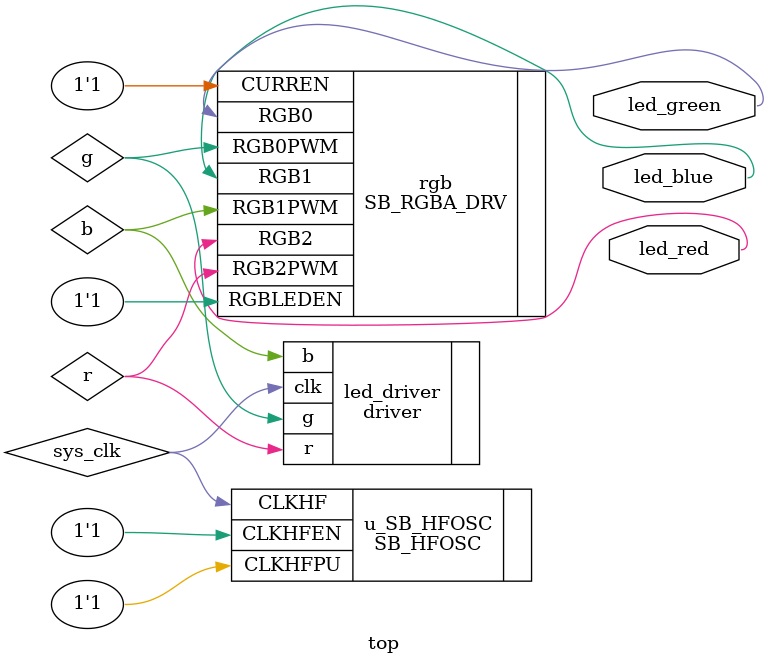
<source format=sv>
module top (
	output led_red, led_green, led_blue
);

	logic sys_clk;
	SB_HFOSC #(
		.CLKHF_DIV("0b00")
	) u_SB_HFOSC (
		.CLKHFPU(1'b1),
		.CLKHFEN(1'b1),
		.CLKHF(sys_clk)
	);

	logic r, g, b;

	driver led_driver (
		.clk(sys_clk),
		.r(r),
		.g(g),
		.b(b)
	);

	SB_RGBA_DRV #(
		.CURRENT_MODE("0b1"),
		.RGB0_CURRENT("0b000001"),
		.RGB1_CURRENT("0b000001"),
		.RGB2_CURRENT("0b000001")
	) rgb (
		.RGBLEDEN (1'b1),
		.RGB0PWM  (g),
		.RGB1PWM  (b),
		.RGB2PWM  (r),
		.CURREN   (1'b1),
		.RGB0     (led_green),
		.RGB1     (led_blue),
		.RGB2     (led_red)
	);

endmodule

</source>
